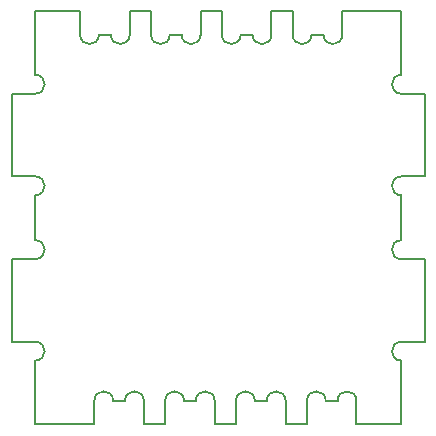
<source format=gbr>
G04 #@! TF.GenerationSoftware,KiCad,Pcbnew,(5.1.2-1)-1*
G04 #@! TF.CreationDate,2019-05-13T00:31:31-07:00*
G04 #@! TF.ProjectId,Front,46726f6e-742e-46b6-9963-61645f706362,rev?*
G04 #@! TF.SameCoordinates,Original*
G04 #@! TF.FileFunction,Profile,NP*
%FSLAX46Y46*%
G04 Gerber Fmt 4.6, Leading zero omitted, Abs format (unit mm)*
G04 Created by KiCad (PCBNEW (5.1.2-1)-1) date 2019-05-13 00:31:31*
%MOMM*%
%LPD*%
G04 APERTURE LIST*
%ADD10C,0.200000*%
G04 APERTURE END LIST*
D10*
X212090000Y-80040000D02*
X210090001Y-80040000D01*
X212090000Y-87040000D02*
X212090000Y-80040000D01*
X194890000Y-59040000D02*
X193090000Y-59040000D01*
X194890000Y-59040000D02*
X194890000Y-61040001D01*
X196490000Y-61040001D02*
G75*
G02X194890000Y-61040001I-800000J0D01*
G01*
X197490000Y-61040001D02*
X196490000Y-61040001D01*
X199090000Y-61040001D02*
G75*
G02X197490000Y-61040001I-800000J0D01*
G01*
X199090000Y-61040001D02*
X199090000Y-59040000D01*
X200890000Y-59040000D02*
X199090000Y-59040000D01*
X200890000Y-59040000D02*
X200890000Y-61040001D01*
X202490000Y-61040001D02*
G75*
G02X200890000Y-61040001I-800000J0D01*
G01*
X203490001Y-61040001D02*
X202490000Y-61040001D01*
X205090001Y-61040001D02*
G75*
G02X203490001Y-61040001I-800000J0D01*
G01*
X205090001Y-61040001D02*
X205090000Y-59040000D01*
X205090000Y-59040000D02*
X210090000Y-59040000D01*
X210090001Y-88640000D02*
X210090001Y-94040000D01*
X210090001Y-87040000D02*
X212090000Y-87040000D01*
X210090001Y-88640000D02*
G75*
G02X210090001Y-87040000I0J800000D01*
G01*
X204690001Y-92040000D02*
G75*
G02X206290001Y-92040000I800000J0D01*
G01*
X203690000Y-92040000D02*
X204690001Y-92040000D01*
X202090000Y-92040000D02*
G75*
G02X203690000Y-92040000I800000J0D01*
G01*
X202090001Y-92040000D02*
X202090001Y-94040000D01*
X202090001Y-94040000D02*
X200290001Y-94040000D01*
X200290001Y-94040000D02*
X200290001Y-92040000D01*
X198690001Y-92040000D02*
G75*
G02X200290001Y-92040000I800000J0D01*
G01*
X197690000Y-92040000D02*
X198690001Y-92040000D01*
X196089999Y-92040000D02*
G75*
G02X197690001Y-92040000I800001J0D01*
G01*
X190490000Y-61040001D02*
G75*
G02X188890000Y-61040001I-800000J0D01*
G01*
X191490000Y-61040001D02*
X190490000Y-61040001D01*
X193089999Y-61040001D02*
G75*
G02X191490001Y-61040001I-799999J0D01*
G01*
X193090000Y-61040001D02*
X193090000Y-59040000D01*
X210090001Y-94040000D02*
X206290001Y-94040000D01*
X206290001Y-94040000D02*
X206290001Y-92040000D01*
X187090000Y-61040001D02*
X187090000Y-59040000D01*
X187090000Y-59040000D02*
X188890000Y-59040000D01*
X188890000Y-59040000D02*
X188890000Y-61040001D01*
X210090001Y-78440000D02*
X210090000Y-74640000D01*
X210090001Y-80040000D02*
G75*
G02X210090001Y-78440000I0J800000D01*
G01*
X192690001Y-92040000D02*
G75*
G02X194290001Y-92040000I800000J0D01*
G01*
X191690000Y-92040000D02*
X192690001Y-92040001D01*
X190090000Y-92040000D02*
G75*
G02X191690000Y-92040000I800000J0D01*
G01*
X190090001Y-92040000D02*
X190090001Y-94040000D01*
X188290001Y-94040000D02*
X190090001Y-94040000D01*
X179090001Y-88640001D02*
X179090001Y-94040000D01*
X179090001Y-87040001D02*
G75*
G02X179090001Y-88640001I0J-800000D01*
G01*
X177090000Y-87040000D02*
X179090001Y-87040000D01*
X177090000Y-80040000D02*
X177090000Y-87040000D01*
X179090001Y-80040001D02*
X177090000Y-80040000D01*
X196090001Y-92040000D02*
X196090001Y-94040000D01*
X194290001Y-94040000D02*
X196090001Y-94040000D01*
X194290001Y-94040000D02*
X194290001Y-92040000D01*
X179090001Y-78440001D02*
G75*
G02X179090001Y-80040001I0J-800000D01*
G01*
X179090000Y-74640001D02*
X179090001Y-78440001D01*
X179090000Y-73040001D02*
G75*
G02X179090000Y-74640001I0J-800000D01*
G01*
X177090000Y-73040000D02*
X179090000Y-73040000D01*
X177090000Y-66040000D02*
X177090000Y-73040000D01*
X179090000Y-66040001D02*
X177090000Y-66040000D01*
X179090000Y-64440001D02*
G75*
G02X179090000Y-66040001I0J-800000D01*
G01*
X179090000Y-64440001D02*
X179090000Y-59040000D01*
X179090000Y-59040000D02*
X182890000Y-59040000D01*
X182890000Y-59040000D02*
X182890000Y-61040001D01*
X184490000Y-61040001D02*
G75*
G02X182890000Y-61040001I-800000J0D01*
G01*
X185490001Y-61040001D02*
X184490000Y-61040001D01*
X187089999Y-61040001D02*
G75*
G02X185490001Y-61040001I-799999J0D01*
G01*
X188290001Y-94040000D02*
X188290001Y-92040000D01*
X186690001Y-92040000D02*
G75*
G02X188290001Y-92040000I800000J0D01*
G01*
X185690000Y-92040000D02*
X186690001Y-92040001D01*
X184090000Y-92040000D02*
G75*
G02X185690000Y-92040000I800000J0D01*
G01*
X184090001Y-92040000D02*
X184090000Y-94040000D01*
X184090000Y-94040000D02*
X179090001Y-94040000D01*
X212090000Y-73040000D02*
X212090000Y-66040000D01*
X210090000Y-73040000D02*
X212090000Y-73040000D01*
X210090000Y-74640000D02*
G75*
G02X210090000Y-73040000I0J800000D01*
G01*
X210090000Y-64440000D02*
X210090000Y-59040000D01*
X210090000Y-66040000D02*
G75*
G02X210090000Y-64440000I0J800000D01*
G01*
X212090000Y-66040000D02*
X210090000Y-66040000D01*
M02*

</source>
